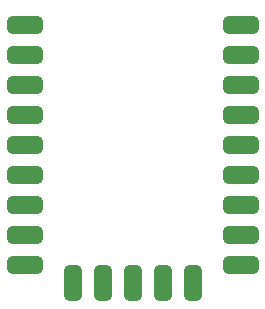
<source format=gtp>
G04*
G04 #@! TF.GenerationSoftware,Altium Limited,CircuitStudio,1.5.2 (30)*
G04*
G04 Layer_Color=7318015*
%FSLAX25Y25*%
%MOIN*%
G70*
G01*
G75*
G04:AMPARAMS|DCode=25|XSize=58.66mil|YSize=117.72mil|CornerRadius=14.57mil|HoleSize=0mil|Usage=FLASHONLY|Rotation=0.000|XOffset=0mil|YOffset=0mil|HoleType=Round|Shape=RoundedRectangle|*
%AMROUNDEDRECTD25*
21,1,0.05866,0.08858,0,0,0.0*
21,1,0.02953,0.11772,0,0,0.0*
1,1,0.02913,0.01476,-0.04429*
1,1,0.02913,-0.01476,-0.04429*
1,1,0.02913,-0.01476,0.04429*
1,1,0.02913,0.01476,0.04429*
%
%ADD25ROUNDEDRECTD25*%
G04:AMPARAMS|DCode=26|XSize=117.72mil|YSize=58.66mil|CornerRadius=14.57mil|HoleSize=0mil|Usage=FLASHONLY|Rotation=0.000|XOffset=0mil|YOffset=0mil|HoleType=Round|Shape=RoundedRectangle|*
%AMROUNDEDRECTD26*
21,1,0.11772,0.02953,0,0,0.0*
21,1,0.08858,0.05866,0,0,0.0*
1,1,0.02913,0.04429,-0.01476*
1,1,0.02913,-0.04429,-0.01476*
1,1,0.02913,-0.04429,0.01476*
1,1,0.02913,0.04429,0.01476*
%
%ADD26ROUNDEDRECTD26*%
D25*
X-132205Y-31496D02*
D03*
X-122205D02*
D03*
X-112205D02*
D03*
X-102205D02*
D03*
X-92205D02*
D03*
D26*
X-148228Y44606D02*
D03*
Y34606D02*
D03*
Y24606D02*
D03*
Y14606D02*
D03*
Y4606D02*
D03*
Y-5394D02*
D03*
Y-15394D02*
D03*
Y-25394D02*
D03*
X-76181D02*
D03*
Y-15394D02*
D03*
Y-5394D02*
D03*
Y4606D02*
D03*
Y14606D02*
D03*
Y24606D02*
D03*
Y34606D02*
D03*
Y44606D02*
D03*
Y54606D02*
D03*
X-148228D02*
D03*
M02*

</source>
